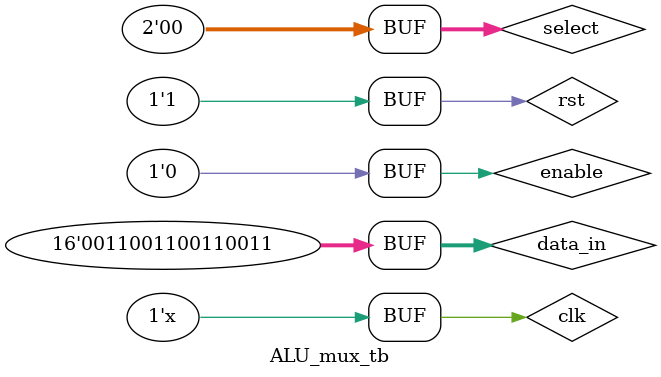
<source format=v>

module ALU_mux_tb;
	
	reg clk,rst;
	reg [1:0] select;
	reg enable;
	reg [15:0] data_in;

	wire [15:0] data_out;

	parameter clk_period = 10;
	
	ALU_mux gpr1 (clk,rst,select,enable,data_in,data_out); //to call the register ,piliwelta data pass karanna ona
	//create clock
	initial begin
		clk = 0;
	end
	always
		#(clk_period /2 )
		clk = ~clk;
	//parameter passing
	initial
		begin
			rst=0;enable = 1 ;select =2'b00; data_in = 16'd0;//sizeof data,base,value
			#(clk_period*3)
			rst=0;select =2'b00;enable = 1 ; data_in = 16'd0;//sizeof data,base,value
			#(clk_period*2)
			rst=1;select =2'b00;enable = 1 ; data_in = 16'd0;//sizeof data,base,value
			#(clk_period*2)
			rst=0;enable=1;data_in = 16'b0011001100110011;select =2'b00;
			#clk_period
			rst=0;enable=1;data_in = 16'b0011001100110011;select =2'b01;
			#clk_period
			rst=0;enable=1;data_in = 16'b0011001100110011;select =2'b10;
			#clk_period
			rst=0;enable=1;data_in = 16'b0011001100110011;select =2'b11;
			#(clk_period*2)
			rst=0;enable=0;data_in = 16'b0011001100110011;select =2'b00;


			rst = 1;
		end
endmodule
</source>
